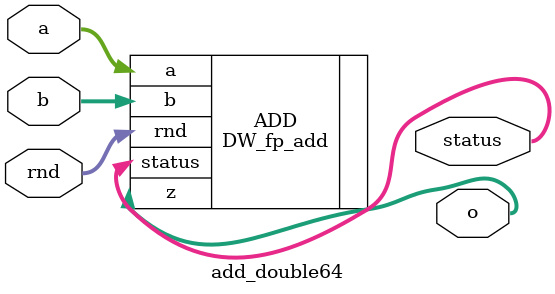
<source format=sv>
/*
 * File: add_double64.sv
 * Author: Michal Gorywoda
 * Created Date: March 9th 2025
 * 
 * Copyright (c) 2025 Michal Gorywoda, KAIST SEED Lab
 */

 `default_nettype none
 module add_double64 #(
   parameter   N_SIG    = 52,
   parameter   N_EXP    = 11,
   parameter   N_DATA   = N_EXP + N_SIG + 1
 ) (
   input    logic [N_DATA-1:0]   a,
   input    logic [N_DATA-1:0]   b,
   input    logic [2:0]          rnd,
   output   logic [N_DATA-1:0]   o,
   output   logic [7:0]          status
 );
 
 
DW_fp_add #
(
   .sig_width(N_SIG), 
   .exp_width(N_EXP), 
   .ieee_compliance(1)
) ADD ( 
   .a(a), 
   .b(b), 
   .rnd(rnd), 
   .z(o), 
   .status(status) 
);
    
endmodule
</source>
